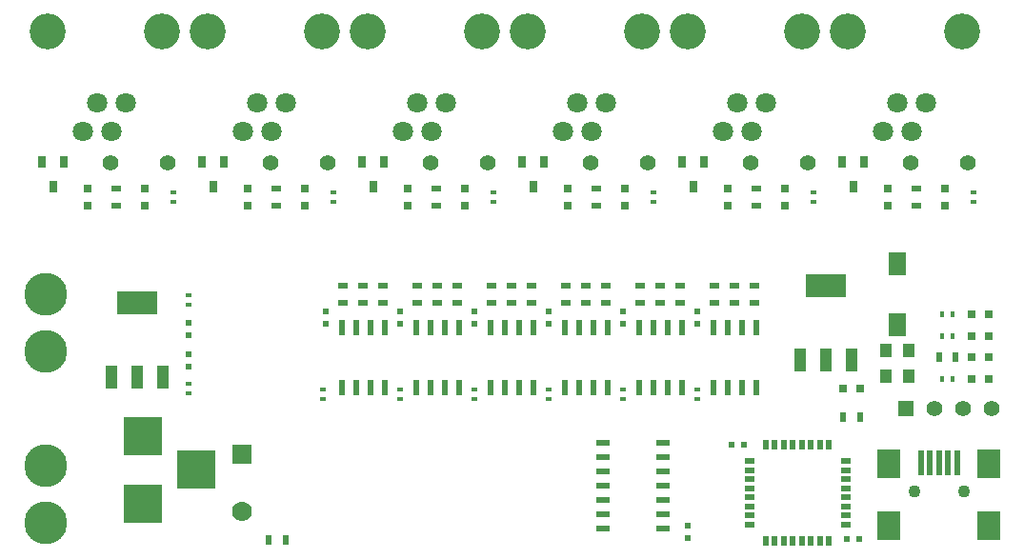
<source format=gts>
G04 #@! TF.FileFunction,Soldermask,Top*
%FSLAX46Y46*%
G04 Gerber Fmt 4.6, Leading zero omitted, Abs format (unit mm)*
G04 Created by KiCad (PCBNEW 4.0.2+dfsg1-stable) date Sun 12 Jun 2016 04:00:05 PM EDT*
%MOMM*%
G01*
G04 APERTURE LIST*
%ADD10C,0.150000*%
%ADD11R,0.500380X2.301240*%
%ADD12R,1.998980X2.499360*%
%ADD13C,1.100000*%
%ADD14R,3.657600X2.032000*%
%ADD15R,1.016000X2.032000*%
%ADD16R,1.778000X1.778000*%
%ADD17C,1.778000*%
%ADD18R,1.600000X2.000000*%
%ADD19R,0.500000X0.900000*%
%ADD20C,3.200000*%
%ADD21C,1.800000*%
%ADD22R,0.599440X1.399540*%
%ADD23C,3.810000*%
%ADD24R,0.800100X1.000760*%
%ADD25C,1.397000*%
%ADD26R,1.143000X0.508000*%
%ADD27R,0.850000X0.540000*%
%ADD28R,0.540000X0.850000*%
%ADD29R,1.397000X1.397000*%
%ADD30R,3.500120X3.500120*%
%ADD31R,0.500000X0.600000*%
%ADD32R,1.000000X1.250000*%
%ADD33R,0.600000X0.500000*%
%ADD34R,0.800000X0.750000*%
%ADD35R,0.797560X0.797560*%
%ADD36R,0.600000X0.400000*%
%ADD37R,0.400000X0.600000*%
%ADD38R,0.900000X0.500000*%
G04 APERTURE END LIST*
D10*
D11*
X106730800Y-66781680D03*
X107530900Y-66781680D03*
X108331000Y-66781680D03*
X109131100Y-66781680D03*
X109931200Y-66781680D03*
D12*
X103880920Y-66880740D03*
X103880920Y-72379840D03*
X112781080Y-66880740D03*
X112781080Y-72379840D03*
D13*
X106131360Y-69380100D03*
X110530640Y-69380100D03*
D14*
X98298000Y-51054000D03*
D15*
X98298000Y-57658000D03*
X100584000Y-57658000D03*
X96012000Y-57658000D03*
D16*
X46355000Y-66040000D03*
D17*
X46355000Y-71120000D03*
D18*
X104648000Y-54516000D03*
X104648000Y-49116000D03*
D19*
X50280000Y-73660000D03*
X48780000Y-73660000D03*
D20*
X39243000Y-28448000D03*
X29083000Y-28448000D03*
D21*
X36068000Y-34798000D03*
X34798000Y-37338000D03*
X33528000Y-34798000D03*
X32258000Y-37338000D03*
D22*
X81661000Y-54737000D03*
X81661000Y-60071000D03*
X82931000Y-54737000D03*
X84201000Y-54737000D03*
X85471000Y-54737000D03*
X82931000Y-60071000D03*
X84201000Y-60071000D03*
X85471000Y-60071000D03*
D23*
X28956000Y-72136000D03*
X28956000Y-67056000D03*
X28956000Y-56896000D03*
X28956000Y-51816000D03*
D24*
X29591000Y-42247820D03*
X28638500Y-40048180D03*
X30543500Y-40048180D03*
D14*
X37084000Y-52578000D03*
D15*
X37084000Y-59182000D03*
X39370000Y-59182000D03*
X34798000Y-59182000D03*
D20*
X53467000Y-28448000D03*
X43307000Y-28448000D03*
D21*
X50292000Y-34798000D03*
X49022000Y-37338000D03*
X47752000Y-34798000D03*
X46482000Y-37338000D03*
D20*
X67691000Y-28448000D03*
X57531000Y-28448000D03*
D21*
X64516000Y-34798000D03*
X63246000Y-37338000D03*
X61976000Y-34798000D03*
X60706000Y-37338000D03*
D20*
X81915000Y-28448000D03*
X71755000Y-28448000D03*
D21*
X78740000Y-34798000D03*
X77470000Y-37338000D03*
X76200000Y-34798000D03*
X74930000Y-37338000D03*
D20*
X96139000Y-28448000D03*
X85979000Y-28448000D03*
D21*
X92964000Y-34798000D03*
X91694000Y-37338000D03*
X90424000Y-34798000D03*
X89154000Y-37338000D03*
D20*
X110363000Y-28448000D03*
X100203000Y-28448000D03*
D21*
X107188000Y-34798000D03*
X105918000Y-37338000D03*
X104648000Y-34798000D03*
X103378000Y-37338000D03*
D25*
X39751000Y-40132000D03*
X34671000Y-40132000D03*
X53975000Y-40132000D03*
X48895000Y-40132000D03*
X68199000Y-40132000D03*
X63119000Y-40132000D03*
X82423000Y-40132000D03*
X77343000Y-40132000D03*
X96647000Y-40132000D03*
X91567000Y-40132000D03*
X110871000Y-40132000D03*
X105791000Y-40132000D03*
D26*
X78486000Y-65024000D03*
X78486000Y-66294000D03*
X78486000Y-67564000D03*
X78486000Y-68834000D03*
X78486000Y-70104000D03*
X78486000Y-71374000D03*
X78486000Y-72644000D03*
X83820000Y-72644000D03*
X83820000Y-71374000D03*
X83820000Y-70104000D03*
X83820000Y-68834000D03*
X83820000Y-67564000D03*
X83820000Y-66294000D03*
X83820000Y-65024000D03*
D22*
X55245000Y-54737000D03*
X55245000Y-60071000D03*
X56515000Y-54737000D03*
X57785000Y-54737000D03*
X59055000Y-54737000D03*
X56515000Y-60071000D03*
X57785000Y-60071000D03*
X59055000Y-60071000D03*
X61849000Y-54737000D03*
X61849000Y-60071000D03*
X63119000Y-54737000D03*
X64389000Y-54737000D03*
X65659000Y-54737000D03*
X63119000Y-60071000D03*
X64389000Y-60071000D03*
X65659000Y-60071000D03*
D24*
X43815000Y-42247820D03*
X42862500Y-40048180D03*
X44767500Y-40048180D03*
D22*
X68453000Y-54737000D03*
X68453000Y-60071000D03*
X69723000Y-54737000D03*
X70993000Y-54737000D03*
X72263000Y-54737000D03*
X69723000Y-60071000D03*
X70993000Y-60071000D03*
X72263000Y-60071000D03*
D24*
X58039000Y-42247820D03*
X57086500Y-40048180D03*
X58991500Y-40048180D03*
D22*
X75057000Y-54737000D03*
X75057000Y-60071000D03*
X76327000Y-54737000D03*
X77597000Y-54737000D03*
X78867000Y-54737000D03*
X76327000Y-60071000D03*
X77597000Y-60071000D03*
X78867000Y-60071000D03*
D24*
X72263000Y-42247820D03*
X71310500Y-40048180D03*
X73215500Y-40048180D03*
X86487000Y-42247820D03*
X85534500Y-40048180D03*
X87439500Y-40048180D03*
D22*
X88265000Y-54737000D03*
X88265000Y-60071000D03*
X89535000Y-54737000D03*
X90805000Y-54737000D03*
X92075000Y-54737000D03*
X89535000Y-60071000D03*
X90805000Y-60071000D03*
X92075000Y-60071000D03*
D24*
X100711000Y-42247820D03*
X99758500Y-40048180D03*
X101663500Y-40048180D03*
D27*
X91483000Y-72269000D03*
X91483000Y-71469000D03*
X91483000Y-70669000D03*
X91483000Y-69869000D03*
X91483000Y-69069000D03*
X91483000Y-68269000D03*
X91483000Y-67469000D03*
X91483000Y-66669000D03*
X91483000Y-66669000D03*
X91483000Y-67469000D03*
X91483000Y-68269000D03*
X91483000Y-69069000D03*
X91483000Y-69869000D03*
X91483000Y-70669000D03*
X91483000Y-71469000D03*
X91483000Y-72269000D03*
X91483000Y-72269000D03*
X91483000Y-71469000D03*
X91483000Y-70669000D03*
X91483000Y-69869000D03*
X91483000Y-69069000D03*
X91483000Y-68269000D03*
X91483000Y-67469000D03*
X91483000Y-66669000D03*
X91483000Y-66669000D03*
X91483000Y-67469000D03*
X91483000Y-68269000D03*
X91483000Y-69069000D03*
X91483000Y-69869000D03*
X91483000Y-70669000D03*
X91483000Y-71469000D03*
X91483000Y-72269000D03*
D28*
X92958000Y-73744000D03*
X93758000Y-73744000D03*
X94558000Y-73744000D03*
X95358000Y-73744000D03*
X96158000Y-73744000D03*
X96958000Y-73744000D03*
X97758000Y-73744000D03*
X98558000Y-73744000D03*
D27*
X100033000Y-72269000D03*
X100033000Y-71469000D03*
X100033000Y-70669000D03*
X100033000Y-69869000D03*
X100033000Y-69069000D03*
X100033000Y-68269000D03*
X100033000Y-67469000D03*
X100033000Y-66669000D03*
D28*
X98558000Y-65194000D03*
X97758000Y-65194000D03*
X96958000Y-65194000D03*
X96158000Y-65194000D03*
X95358000Y-65194000D03*
X94558000Y-65194000D03*
X93758000Y-65194000D03*
X92958000Y-65194000D03*
D29*
X105410000Y-61976000D03*
D25*
X107950000Y-61976000D03*
X110490000Y-61976000D03*
X113030000Y-61976000D03*
D30*
X37592000Y-64411860D03*
X37592000Y-70411340D03*
X42291000Y-67411600D03*
D31*
X41656000Y-55414000D03*
X41656000Y-54314000D03*
D32*
X103648000Y-56769000D03*
X105648000Y-56769000D03*
X103648000Y-59055000D03*
X105648000Y-59055000D03*
D31*
X85979000Y-72348000D03*
X85979000Y-73448000D03*
D33*
X89874000Y-65151000D03*
X90974000Y-65151000D03*
D31*
X53848000Y-54398000D03*
X53848000Y-53298000D03*
X60452000Y-54398000D03*
X60452000Y-53298000D03*
X67056000Y-54398000D03*
X67056000Y-53298000D03*
X73660000Y-54398000D03*
X73660000Y-53298000D03*
X80264000Y-54398000D03*
X80264000Y-53298000D03*
X86868000Y-54398000D03*
X86868000Y-53298000D03*
X41656000Y-57108000D03*
X41656000Y-58208000D03*
D33*
X101261000Y-73533000D03*
X100161000Y-73533000D03*
D34*
X101334000Y-60198000D03*
X99834000Y-60198000D03*
D35*
X112763300Y-53594000D03*
X111264700Y-53594000D03*
X112763300Y-55499000D03*
X111264700Y-55499000D03*
X37719000Y-42430700D03*
X37719000Y-43929300D03*
X32639000Y-42430700D03*
X32639000Y-43929300D03*
X51943000Y-42430700D03*
X51943000Y-43929300D03*
X46863000Y-42430700D03*
X46863000Y-43929300D03*
X66167000Y-42430700D03*
X66167000Y-43929300D03*
X61087000Y-42430700D03*
X61087000Y-43929300D03*
X80391000Y-42430700D03*
X80391000Y-43929300D03*
X75311000Y-42430700D03*
X75311000Y-43929300D03*
X94615000Y-42430700D03*
X94615000Y-43929300D03*
X89535000Y-42430700D03*
X89535000Y-43929300D03*
X108839000Y-42430700D03*
X108839000Y-43929300D03*
X103759000Y-42430700D03*
X103759000Y-43929300D03*
X112763300Y-59309000D03*
X111264700Y-59309000D03*
X112763300Y-57404000D03*
X111264700Y-57404000D03*
D36*
X41656000Y-52774000D03*
X41656000Y-51874000D03*
D19*
X101334000Y-62738000D03*
X99834000Y-62738000D03*
D37*
X108643000Y-53594000D03*
X109543000Y-53594000D03*
X108643000Y-55499000D03*
X109543000Y-55499000D03*
D36*
X40259000Y-42730000D03*
X40259000Y-43630000D03*
D38*
X55372000Y-51066000D03*
X55372000Y-52566000D03*
X57150000Y-52566000D03*
X57150000Y-51066000D03*
X58928000Y-51066000D03*
X58928000Y-52566000D03*
X35179000Y-42430000D03*
X35179000Y-43930000D03*
D36*
X54483000Y-42730000D03*
X54483000Y-43630000D03*
D38*
X61976000Y-51066000D03*
X61976000Y-52566000D03*
X63754000Y-52566000D03*
X63754000Y-51066000D03*
X65532000Y-51066000D03*
X65532000Y-52566000D03*
X49403000Y-42430000D03*
X49403000Y-43930000D03*
D36*
X68707000Y-42730000D03*
X68707000Y-43630000D03*
D38*
X68580000Y-51066000D03*
X68580000Y-52566000D03*
X70358000Y-52566000D03*
X70358000Y-51066000D03*
X72136000Y-51066000D03*
X72136000Y-52566000D03*
X63627000Y-42430000D03*
X63627000Y-43930000D03*
D36*
X82931000Y-42730000D03*
X82931000Y-43630000D03*
D38*
X75184000Y-51066000D03*
X75184000Y-52566000D03*
X76962000Y-52566000D03*
X76962000Y-51066000D03*
X78740000Y-51066000D03*
X78740000Y-52566000D03*
X77851000Y-42430000D03*
X77851000Y-43930000D03*
D36*
X97155000Y-42730000D03*
X97155000Y-43630000D03*
D38*
X81788000Y-51066000D03*
X81788000Y-52566000D03*
X83566000Y-52566000D03*
X83566000Y-51066000D03*
X85344000Y-51066000D03*
X85344000Y-52566000D03*
X92075000Y-42430000D03*
X92075000Y-43930000D03*
D36*
X111379000Y-42730000D03*
X111379000Y-43630000D03*
D38*
X88392000Y-51066000D03*
X88392000Y-52566000D03*
X90170000Y-52566000D03*
X90170000Y-51066000D03*
X91948000Y-51066000D03*
X91948000Y-52566000D03*
X106299000Y-42430000D03*
X106299000Y-43930000D03*
D36*
X41656000Y-60648000D03*
X41656000Y-59748000D03*
X53594000Y-60256000D03*
X53594000Y-61156000D03*
X60452000Y-60256000D03*
X60452000Y-61156000D03*
X67056000Y-60256000D03*
X67056000Y-61156000D03*
X73660000Y-60256000D03*
X73660000Y-61156000D03*
X80264000Y-60256000D03*
X80264000Y-61156000D03*
X86868000Y-60256000D03*
X86868000Y-61156000D03*
D37*
X108643000Y-59309000D03*
X109543000Y-59309000D03*
D19*
X108343000Y-57404000D03*
X109843000Y-57404000D03*
M02*

</source>
